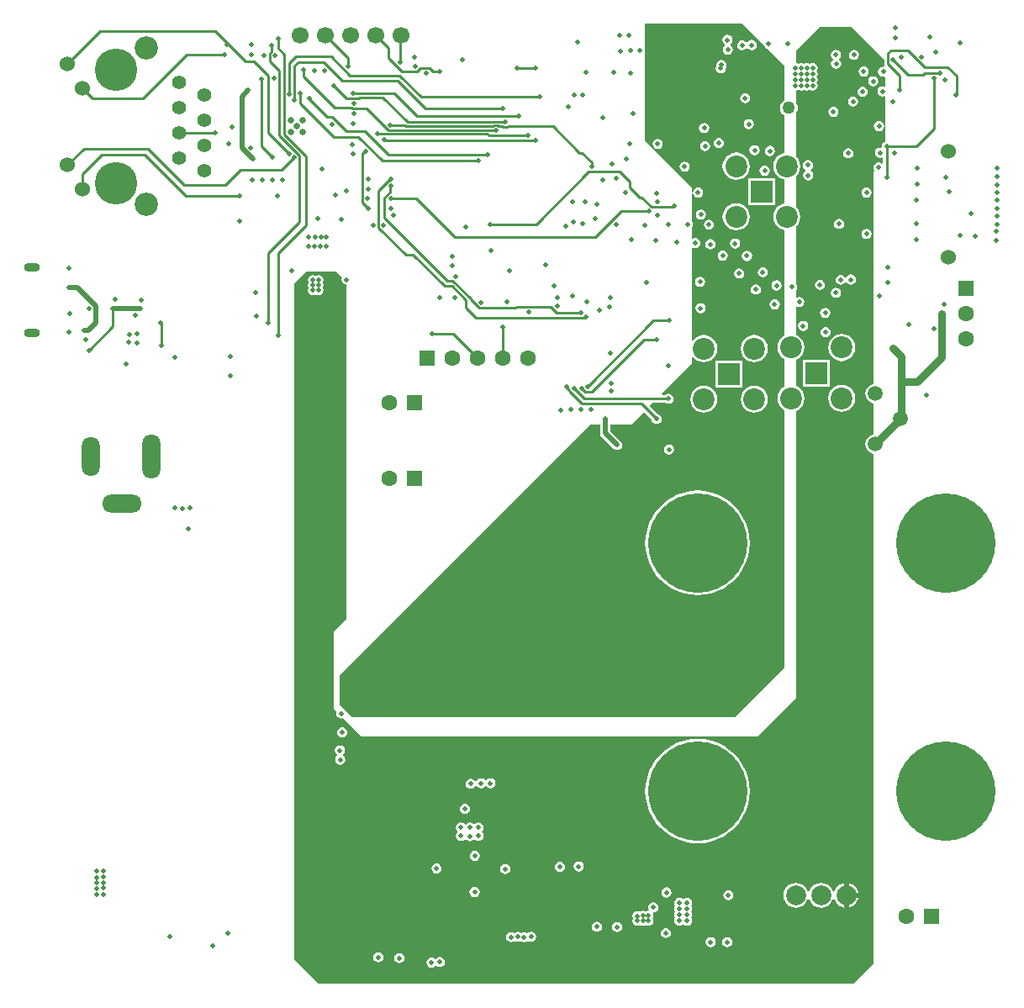
<source format=gbl>
G04*
G04 #@! TF.GenerationSoftware,Altium Limited,Altium Designer,21.5.1 (32)*
G04*
G04 Layer_Physical_Order=4*
G04 Layer_Color=16711680*
%FSAX24Y24*%
%MOIN*%
G70*
G04*
G04 #@! TF.SameCoordinates,EA95429E-239C-4F57-B086-3AFABEEF507B*
G04*
G04*
G04 #@! TF.FilePolarity,Positive*
G04*
G01*
G75*
%ADD13C,0.0100*%
%ADD16C,0.0300*%
%ADD183C,0.0200*%
%ADD184C,0.0600*%
%ADD186C,0.0500*%
%ADD197C,0.0600*%
%ADD198R,0.0630X0.0630*%
%ADD199C,0.0866*%
%ADD200R,0.0866X0.0866*%
%ADD201C,0.0630*%
%ADD202C,0.0591*%
%ADD203R,0.0630X0.0630*%
%ADD204C,0.0669*%
%ADD205O,0.0630X0.0354*%
%ADD206O,0.0709X0.1575*%
%ADD207O,0.1575X0.0709*%
%ADD208O,0.0709X0.1772*%
%ADD209C,0.3937*%
%ADD210C,0.0787*%
%ADD211C,0.0602*%
%ADD212C,0.0550*%
%ADD213C,0.0927*%
%ADD214C,0.1680*%
%ADD215C,0.0197*%
%ADD216C,0.0260*%
%ADD217C,0.0500*%
G36*
X049727Y052453D02*
Y052260D01*
X049739Y052201D01*
X049707Y052159D01*
X049690Y052162D01*
X049613Y052147D01*
X049547Y052103D01*
X049503Y052037D01*
X049488Y051960D01*
X049503Y051883D01*
X049547Y051817D01*
X049613Y051773D01*
X049690Y051758D01*
X049730Y051766D01*
X049780Y051726D01*
Y051390D01*
X049780Y051389D01*
X049730Y051368D01*
X049660Y051382D01*
X049583Y051367D01*
X049517Y051323D01*
X049473Y051257D01*
X049458Y051180D01*
X049473Y051103D01*
X049517Y051037D01*
X049583Y050993D01*
X049660Y050978D01*
X049730Y050992D01*
X049780Y050971D01*
X049780Y050970D01*
Y049192D01*
X049753Y049187D01*
X049687Y049143D01*
X049643Y049077D01*
X049628Y049000D01*
X049631Y048985D01*
X049588Y048942D01*
X049560Y048948D01*
X049483Y048932D01*
X049417Y048888D01*
X049373Y048823D01*
X049358Y048745D01*
X049373Y048668D01*
X049417Y048602D01*
X049483Y048558D01*
X049560Y048543D01*
X049632Y048557D01*
X049647Y048554D01*
X049682Y048535D01*
Y048362D01*
X049638Y048318D01*
X049582Y048355D01*
X049505Y048370D01*
X049427Y048355D01*
X049362Y048311D01*
X049318Y048246D01*
X049302Y048168D01*
X049318Y048091D01*
X049355Y048035D01*
X049310Y047990D01*
Y039589D01*
X049277Y039585D01*
X049181Y039545D01*
X049098Y039482D01*
X049035Y039399D01*
X048995Y039303D01*
X048981Y039200D01*
X048995Y039097D01*
X049035Y039001D01*
X049098Y038918D01*
X049181Y038855D01*
X049277Y038815D01*
X049310Y038811D01*
Y037589D01*
X049277Y037585D01*
X049181Y037545D01*
X049098Y037482D01*
X049035Y037399D01*
X048995Y037303D01*
X048981Y037200D01*
X048995Y037097D01*
X049035Y037001D01*
X049098Y036918D01*
X049181Y036855D01*
X049277Y036815D01*
X049310Y036811D01*
X049310Y016610D01*
X048490Y015790D01*
X027290D01*
X026350Y016730D01*
Y043560D01*
X026830Y044040D01*
X027540Y044050D01*
X028010D01*
X028245Y043815D01*
X028234Y043798D01*
X028218Y043721D01*
X028234Y043643D01*
X028277Y043577D01*
X028343Y043534D01*
X028390Y043524D01*
Y030260D01*
X027890Y029760D01*
Y026700D01*
X028018Y026572D01*
X028008Y026520D01*
X028023Y026443D01*
X028067Y026377D01*
X028133Y026333D01*
X028210Y026318D01*
X028262Y026328D01*
X028970Y025620D01*
X044710Y025620D01*
X046230Y027140D01*
Y038519D01*
X046305Y038550D01*
X046416Y038636D01*
X046502Y038747D01*
X046555Y038877D01*
X046574Y039016D01*
X046555Y039155D01*
X046502Y039285D01*
X046416Y039396D01*
X046305Y039482D01*
X046230Y039513D01*
Y040527D01*
X046305Y040558D01*
X046416Y040644D01*
X046502Y040755D01*
X046555Y040885D01*
X046574Y041024D01*
X046555Y041163D01*
X046502Y041293D01*
X046416Y041404D01*
X046305Y041490D01*
X046230Y041521D01*
Y042625D01*
X046274Y042649D01*
X046283Y042643D01*
X046360Y042628D01*
X046437Y042643D01*
X046503Y042687D01*
X046547Y042753D01*
X046562Y042830D01*
X046547Y042907D01*
X046503Y042973D01*
X046437Y043017D01*
X046360Y043032D01*
X046283Y043017D01*
X046274Y043011D01*
X046230Y043035D01*
Y043312D01*
X046257Y043353D01*
X046272Y043430D01*
X046257Y043507D01*
X046230Y043548D01*
Y045816D01*
X046248Y045830D01*
X046334Y045941D01*
X046387Y046071D01*
X046406Y046210D01*
X046387Y046349D01*
X046334Y046479D01*
X046248Y046590D01*
X046230Y046604D01*
Y047824D01*
X046248Y047838D01*
X046334Y047949D01*
X046387Y048079D01*
X046406Y048218D01*
X046387Y048357D01*
X046334Y048487D01*
X046248Y048598D01*
X046230Y048612D01*
Y050320D01*
X046256Y050353D01*
X046291Y050439D01*
X046303Y050530D01*
X046291Y050621D01*
X046256Y050707D01*
X046230Y050740D01*
Y051220D01*
X046297Y051233D01*
X046335Y051258D01*
X046373Y051233D01*
X046450Y051218D01*
X046527Y051233D01*
X046548Y051247D01*
X046583Y051223D01*
X046660Y051208D01*
X046737Y051223D01*
X046775Y051248D01*
X046813Y051223D01*
X046890Y051208D01*
X046967Y051223D01*
X047033Y051267D01*
X047077Y051333D01*
X047092Y051410D01*
X047077Y051487D01*
X047052Y051525D01*
X047077Y051563D01*
X047092Y051640D01*
X047077Y051717D01*
X047048Y051760D01*
X047077Y051803D01*
X047092Y051880D01*
X047077Y051957D01*
X047052Y051995D01*
X047077Y052033D01*
X047092Y052110D01*
X047077Y052187D01*
X047033Y052253D01*
X046967Y052297D01*
X046890Y052312D01*
X046813Y052297D01*
X046775Y052272D01*
X046737Y052297D01*
X046660Y052312D01*
X046583Y052297D01*
X046550Y052275D01*
X046517Y052297D01*
X046440Y052312D01*
X046363Y052297D01*
X046325Y052272D01*
X046287Y052297D01*
X046230Y052308D01*
Y052810D01*
X047170Y053750D01*
X048430D01*
X049727Y052453D01*
D02*
G37*
G36*
X044962Y052998D02*
X044963Y052993D01*
X045007Y052927D01*
X045073Y052883D01*
X045078Y052882D01*
X045770Y052190D01*
Y050833D01*
X045700Y050780D01*
X045644Y050707D01*
X045609Y050621D01*
X045597Y050530D01*
X045609Y050439D01*
X045644Y050353D01*
X045700Y050280D01*
X045770Y050227D01*
Y048743D01*
X045729Y048737D01*
X045599Y048684D01*
X045488Y048598D01*
X045402Y048487D01*
X045349Y048357D01*
X045330Y048218D01*
X045349Y048079D01*
X045402Y047949D01*
X045488Y047838D01*
X045599Y047752D01*
X045729Y047699D01*
X045770Y047693D01*
Y046735D01*
X045729Y046729D01*
X045599Y046676D01*
X045488Y046590D01*
X045402Y046479D01*
X045349Y046349D01*
X045330Y046210D01*
X045349Y046071D01*
X045402Y045941D01*
X045488Y045830D01*
X045599Y045744D01*
X045729Y045691D01*
X045770Y045685D01*
X045770Y041491D01*
X045767Y041490D01*
X045656Y041404D01*
X045570Y041293D01*
X045517Y041163D01*
X045498Y041024D01*
X045517Y040885D01*
X045570Y040755D01*
X045656Y040644D01*
X045767Y040558D01*
X045770Y040557D01*
Y039483D01*
X045767Y039482D01*
X045656Y039396D01*
X045570Y039285D01*
X045517Y039155D01*
X045498Y039016D01*
X045517Y038877D01*
X045570Y038747D01*
X045656Y038636D01*
X045767Y038550D01*
X045770Y038549D01*
X045770Y028320D01*
X043810Y026360D01*
X028650Y026360D01*
X028365Y026645D01*
X028353Y026663D01*
X028335Y026675D01*
X028150Y026860D01*
Y028040D01*
X038070Y037960D01*
X038466D01*
Y037630D01*
X038482Y037552D01*
X038526Y037486D01*
X038996Y037016D01*
X039062Y036972D01*
X039140Y036956D01*
X039218Y036972D01*
X039284Y037016D01*
X039328Y037082D01*
X039344Y037160D01*
X039328Y037238D01*
X039284Y037304D01*
X038874Y037714D01*
Y037960D01*
X039690D01*
X040207Y038477D01*
X040511Y038173D01*
X040523Y038113D01*
X040567Y038047D01*
X040633Y038003D01*
X040710Y037988D01*
X040787Y038003D01*
X040853Y038047D01*
X040897Y038113D01*
X040912Y038190D01*
X040897Y038267D01*
X040853Y038333D01*
X040787Y038377D01*
X040727Y038389D01*
X040423Y038693D01*
X040567Y038837D01*
X041052D01*
X041103Y038803D01*
X041180Y038788D01*
X041257Y038803D01*
X041323Y038847D01*
X041367Y038913D01*
X041382Y038990D01*
X041367Y039067D01*
X041323Y039133D01*
X041257Y039177D01*
X041180Y039192D01*
X041103Y039177D01*
X041052Y039143D01*
X040938D01*
X040919Y039189D01*
X042100Y040370D01*
Y040647D01*
X042150Y040664D01*
X042196Y040604D01*
X042307Y040518D01*
X042437Y040465D01*
X042576Y040446D01*
X042715Y040465D01*
X042845Y040518D01*
X042956Y040604D01*
X043042Y040715D01*
X043095Y040845D01*
X043114Y040984D01*
X043095Y041123D01*
X043042Y041253D01*
X042956Y041364D01*
X042845Y041450D01*
X042715Y041503D01*
X042576Y041522D01*
X042437Y041503D01*
X042307Y041450D01*
X042196Y041364D01*
X042150Y041304D01*
X042100Y041321D01*
X042100Y044972D01*
X042144Y044995D01*
X042163Y044983D01*
X042240Y044968D01*
X042317Y044983D01*
X042383Y045027D01*
X042427Y045093D01*
X042442Y045170D01*
X042427Y045247D01*
X042383Y045313D01*
X042317Y045357D01*
X042240Y045372D01*
X042163Y045357D01*
X042144Y045345D01*
X042100Y045368D01*
Y045787D01*
X042137Y045843D01*
X042152Y045920D01*
X042137Y045997D01*
X042100Y046053D01*
Y047153D01*
X042150Y047158D01*
X042155Y047135D01*
X042163Y047093D01*
X042207Y047027D01*
X042273Y046983D01*
X042350Y046968D01*
X042427Y046983D01*
X042493Y047027D01*
X042537Y047093D01*
X042552Y047170D01*
X042537Y047247D01*
X042493Y047313D01*
X042427Y047357D01*
X042350Y047372D01*
X042273Y047357D01*
X042207Y047313D01*
X042163Y047247D01*
X042155Y047205D01*
X042150Y047182D01*
X042100Y047187D01*
Y047380D01*
X040230Y049250D01*
Y052728D01*
X040242Y052790D01*
X040230Y052852D01*
Y053860D01*
X044100D01*
X044962Y052998D01*
D02*
G37*
%LPC*%
G36*
X048535Y052830D02*
X048458Y052815D01*
X048392Y052771D01*
X048348Y052705D01*
X048333Y052628D01*
X048348Y052551D01*
X048392Y052485D01*
X048458Y052441D01*
X048535Y052426D01*
X048613Y052441D01*
X048678Y052485D01*
X048722Y052551D01*
X048738Y052628D01*
X048722Y052705D01*
X048678Y052771D01*
X048613Y052815D01*
X048535Y052830D01*
D02*
G37*
G36*
X047820Y052832D02*
X047743Y052817D01*
X047677Y052773D01*
X047633Y052707D01*
X047618Y052630D01*
X047633Y052553D01*
X047677Y052487D01*
X047691Y052477D01*
Y052427D01*
X047682Y052421D01*
X047638Y052355D01*
X047623Y052278D01*
X047638Y052201D01*
X047682Y052135D01*
X047748Y052091D01*
X047825Y052076D01*
X047903Y052091D01*
X047968Y052135D01*
X048012Y052201D01*
X048028Y052278D01*
X048012Y052355D01*
X047968Y052421D01*
X047954Y052431D01*
Y052481D01*
X047963Y052487D01*
X048007Y052553D01*
X048022Y052630D01*
X048007Y052707D01*
X047963Y052773D01*
X047897Y052817D01*
X047820Y052832D01*
D02*
G37*
G36*
X048920Y052172D02*
X048843Y052157D01*
X048777Y052113D01*
X048733Y052047D01*
X048718Y051970D01*
X048733Y051893D01*
X048777Y051827D01*
X048843Y051783D01*
X048920Y051768D01*
X048997Y051783D01*
X049063Y051827D01*
X049107Y051893D01*
X049122Y051970D01*
X049107Y052047D01*
X049063Y052113D01*
X048997Y052157D01*
X048920Y052172D01*
D02*
G37*
G36*
X049293Y051783D02*
X049216Y051768D01*
X049150Y051724D01*
X049106Y051658D01*
X049091Y051581D01*
X049106Y051503D01*
X049150Y051438D01*
X049216Y051394D01*
X049293Y051378D01*
X049371Y051394D01*
X049436Y051438D01*
X049480Y051503D01*
X049496Y051581D01*
X049480Y051658D01*
X049436Y051724D01*
X049371Y051768D01*
X049293Y051783D01*
D02*
G37*
G36*
X048870Y051372D02*
X048793Y051357D01*
X048727Y051313D01*
X048683Y051247D01*
X048668Y051170D01*
X048683Y051093D01*
X048727Y051027D01*
X048793Y050983D01*
X048870Y050968D01*
X048947Y050983D01*
X049013Y051027D01*
X049057Y051093D01*
X049072Y051170D01*
X049057Y051247D01*
X049013Y051313D01*
X048947Y051357D01*
X048870Y051372D01*
D02*
G37*
G36*
X048495Y050980D02*
X048418Y050965D01*
X048352Y050921D01*
X048308Y050855D01*
X048293Y050778D01*
X048308Y050701D01*
X048352Y050635D01*
X048418Y050591D01*
X048495Y050576D01*
X048573Y050591D01*
X048638Y050635D01*
X048682Y050701D01*
X048698Y050778D01*
X048682Y050855D01*
X048638Y050921D01*
X048573Y050965D01*
X048495Y050980D01*
D02*
G37*
G36*
X047715Y050570D02*
X047638Y050555D01*
X047572Y050511D01*
X047528Y050445D01*
X047513Y050368D01*
X047528Y050291D01*
X047572Y050225D01*
X047638Y050181D01*
X047715Y050166D01*
X047793Y050181D01*
X047858Y050225D01*
X047902Y050291D01*
X047918Y050368D01*
X047902Y050445D01*
X047858Y050511D01*
X047793Y050555D01*
X047715Y050570D01*
D02*
G37*
G36*
X049525Y050010D02*
X049448Y049995D01*
X049382Y049951D01*
X049338Y049885D01*
X049323Y049808D01*
X049338Y049731D01*
X049382Y049665D01*
X049448Y049621D01*
X049525Y049606D01*
X049603Y049621D01*
X049668Y049665D01*
X049712Y049731D01*
X049728Y049808D01*
X049712Y049885D01*
X049668Y049951D01*
X049603Y049995D01*
X049525Y050010D01*
D02*
G37*
G36*
X048305Y048931D02*
X048227Y048915D01*
X048162Y048871D01*
X048118Y048806D01*
X048102Y048728D01*
X048118Y048651D01*
X048162Y048585D01*
X048227Y048541D01*
X048305Y048526D01*
X048382Y048541D01*
X048448Y048585D01*
X048492Y048651D01*
X048507Y048728D01*
X048492Y048806D01*
X048448Y048871D01*
X048382Y048915D01*
X048305Y048931D01*
D02*
G37*
G36*
X046710Y048462D02*
X046633Y048447D01*
X046567Y048403D01*
X046523Y048337D01*
X046508Y048260D01*
X046523Y048183D01*
X046567Y048117D01*
X046622Y048080D01*
X046626Y048040D01*
X046623Y048024D01*
X046577Y047993D01*
X046533Y047927D01*
X046518Y047850D01*
X046533Y047773D01*
X046577Y047707D01*
X046643Y047663D01*
X046720Y047648D01*
X046797Y047663D01*
X046863Y047707D01*
X046907Y047773D01*
X046922Y047850D01*
X046907Y047927D01*
X046863Y047993D01*
X046808Y048030D01*
X046804Y048070D01*
X046807Y048086D01*
X046853Y048117D01*
X046897Y048183D01*
X046912Y048260D01*
X046897Y048337D01*
X046853Y048403D01*
X046787Y048447D01*
X046710Y048462D01*
D02*
G37*
G36*
X049030Y047372D02*
X048953Y047357D01*
X048887Y047313D01*
X048843Y047247D01*
X048828Y047170D01*
X048843Y047093D01*
X048887Y047027D01*
X048953Y046983D01*
X049030Y046968D01*
X049107Y046983D01*
X049173Y047027D01*
X049217Y047093D01*
X049232Y047170D01*
X049217Y047247D01*
X049173Y047313D01*
X049107Y047357D01*
X049030Y047372D01*
D02*
G37*
G36*
X047940Y046132D02*
X047863Y046117D01*
X047797Y046073D01*
X047753Y046007D01*
X047738Y045930D01*
X047753Y045853D01*
X047797Y045787D01*
X047863Y045743D01*
X047940Y045728D01*
X048017Y045743D01*
X048083Y045787D01*
X048127Y045853D01*
X048142Y045930D01*
X048127Y046007D01*
X048083Y046073D01*
X048017Y046117D01*
X047940Y046132D01*
D02*
G37*
G36*
X049030Y045732D02*
X048953Y045717D01*
X048887Y045673D01*
X048843Y045607D01*
X048828Y045530D01*
X048843Y045453D01*
X048887Y045387D01*
X048953Y045343D01*
X049030Y045328D01*
X049107Y045343D01*
X049173Y045387D01*
X049217Y045453D01*
X049232Y045530D01*
X049217Y045607D01*
X049173Y045673D01*
X049107Y045717D01*
X049030Y045732D01*
D02*
G37*
G36*
X027300Y043902D02*
X027223Y043887D01*
X027190Y043865D01*
X027157Y043887D01*
X027080Y043902D01*
X027003Y043887D01*
X026937Y043843D01*
X026893Y043777D01*
X026878Y043700D01*
X026893Y043623D01*
X026912Y043595D01*
X026893Y043567D01*
X026878Y043490D01*
X026893Y043413D01*
X026908Y043390D01*
X026893Y043367D01*
X026878Y043290D01*
X026893Y043213D01*
X026937Y043147D01*
X027003Y043103D01*
X027080Y043088D01*
X027157Y043103D01*
X027190Y043125D01*
X027223Y043103D01*
X027300Y043088D01*
X027377Y043103D01*
X027443Y043147D01*
X027487Y043213D01*
X027502Y043290D01*
X027487Y043367D01*
X027472Y043390D01*
X027487Y043413D01*
X027502Y043490D01*
X027487Y043567D01*
X027468Y043595D01*
X027487Y043623D01*
X027502Y043700D01*
X027487Y043777D01*
X027443Y043843D01*
X027377Y043887D01*
X027300Y043902D01*
D02*
G37*
G36*
X048410Y043922D02*
X048333Y043907D01*
X048267Y043863D01*
X048237Y043818D01*
X048180Y043814D01*
X048179Y043814D01*
X048153Y043853D01*
X048087Y043897D01*
X048010Y043912D01*
X047933Y043897D01*
X047867Y043853D01*
X047823Y043787D01*
X047808Y043710D01*
X047823Y043633D01*
X047867Y043567D01*
X047933Y043523D01*
X048010Y043508D01*
X048087Y043523D01*
X048153Y043567D01*
X048183Y043612D01*
X048240Y043616D01*
X048241Y043616D01*
X048267Y043577D01*
X048333Y043533D01*
X048410Y043518D01*
X048487Y043533D01*
X048553Y043577D01*
X048597Y043643D01*
X048612Y043720D01*
X048597Y043797D01*
X048553Y043863D01*
X048487Y043907D01*
X048410Y043922D01*
D02*
G37*
G36*
X047180Y043712D02*
X047103Y043697D01*
X047037Y043653D01*
X046993Y043587D01*
X046978Y043510D01*
X046993Y043433D01*
X047037Y043367D01*
X047103Y043323D01*
X047180Y043308D01*
X047257Y043323D01*
X047323Y043367D01*
X047367Y043433D01*
X047382Y043510D01*
X047367Y043587D01*
X047323Y043653D01*
X047257Y043697D01*
X047180Y043712D01*
D02*
G37*
G36*
X047820Y043392D02*
X047743Y043377D01*
X047677Y043333D01*
X047633Y043267D01*
X047618Y043190D01*
X047633Y043113D01*
X047677Y043047D01*
X047743Y043003D01*
X047820Y042988D01*
X047897Y043003D01*
X047963Y043047D01*
X048007Y043113D01*
X048022Y043190D01*
X048007Y043267D01*
X047963Y043333D01*
X047897Y043377D01*
X047820Y043392D01*
D02*
G37*
G36*
X047390Y042602D02*
X047313Y042587D01*
X047247Y042543D01*
X047203Y042477D01*
X047188Y042400D01*
X047203Y042323D01*
X047247Y042257D01*
X047313Y042213D01*
X047390Y042198D01*
X047467Y042213D01*
X047533Y042257D01*
X047577Y042323D01*
X047592Y042400D01*
X047577Y042477D01*
X047533Y042543D01*
X047467Y042587D01*
X047390Y042602D01*
D02*
G37*
G36*
X046520Y042082D02*
X046443Y042067D01*
X046377Y042023D01*
X046333Y041957D01*
X046318Y041880D01*
X046333Y041803D01*
X046377Y041737D01*
X046443Y041693D01*
X046520Y041678D01*
X046597Y041693D01*
X046663Y041737D01*
X046707Y041803D01*
X046722Y041880D01*
X046707Y041957D01*
X046663Y042023D01*
X046597Y042067D01*
X046520Y042082D01*
D02*
G37*
G36*
X047410Y041842D02*
X047333Y041827D01*
X047267Y041783D01*
X047223Y041717D01*
X047208Y041640D01*
X047223Y041563D01*
X047267Y041497D01*
X047333Y041453D01*
X047410Y041438D01*
X047487Y041453D01*
X047553Y041497D01*
X047597Y041563D01*
X047612Y041640D01*
X047597Y041717D01*
X047553Y041783D01*
X047487Y041827D01*
X047410Y041842D01*
D02*
G37*
G36*
X048044Y041562D02*
X047905Y041543D01*
X047775Y041490D01*
X047664Y041404D01*
X047578Y041293D01*
X047525Y041163D01*
X047506Y041024D01*
X047525Y040885D01*
X047578Y040755D01*
X047664Y040644D01*
X047775Y040558D01*
X047905Y040505D01*
X048044Y040486D01*
X048183Y040505D01*
X048313Y040558D01*
X048424Y040644D01*
X048510Y040755D01*
X048563Y040885D01*
X048582Y041024D01*
X048563Y041163D01*
X048510Y041293D01*
X048424Y041404D01*
X048313Y041490D01*
X048183Y041543D01*
X048044Y041562D01*
D02*
G37*
G36*
X047573Y040553D02*
X046507D01*
Y039487D01*
X047573D01*
Y040553D01*
D02*
G37*
G36*
X048044Y039554D02*
X047905Y039535D01*
X047775Y039482D01*
X047664Y039396D01*
X047578Y039285D01*
X047525Y039155D01*
X047506Y039016D01*
X047525Y038877D01*
X047578Y038747D01*
X047664Y038636D01*
X047775Y038550D01*
X047905Y038497D01*
X048044Y038478D01*
X048183Y038497D01*
X048313Y038550D01*
X048424Y038636D01*
X048510Y038747D01*
X048563Y038877D01*
X048582Y039016D01*
X048563Y039155D01*
X048510Y039285D01*
X048424Y039396D01*
X048313Y039482D01*
X048183Y039535D01*
X048044Y039554D01*
D02*
G37*
G36*
X028240Y025972D02*
X028163Y025957D01*
X028097Y025913D01*
X028053Y025847D01*
X028038Y025770D01*
X028053Y025693D01*
X028097Y025627D01*
X028163Y025583D01*
X028240Y025568D01*
X028317Y025583D01*
X028383Y025627D01*
X028427Y025693D01*
X028442Y025770D01*
X028427Y025847D01*
X028383Y025913D01*
X028317Y025957D01*
X028240Y025972D01*
D02*
G37*
G36*
X028150Y025252D02*
X028073Y025237D01*
X028007Y025193D01*
X027963Y025127D01*
X027948Y025050D01*
X027963Y024973D01*
X028007Y024907D01*
X028030Y024892D01*
Y024832D01*
X028017Y024823D01*
X027973Y024757D01*
X027958Y024680D01*
X027973Y024603D01*
X028017Y024537D01*
X028083Y024493D01*
X028160Y024478D01*
X028237Y024493D01*
X028303Y024537D01*
X028347Y024603D01*
X028362Y024680D01*
X028347Y024757D01*
X028303Y024823D01*
X028280Y024838D01*
Y024898D01*
X028293Y024907D01*
X028337Y024973D01*
X028352Y025050D01*
X028337Y025127D01*
X028293Y025193D01*
X028227Y025237D01*
X028150Y025252D01*
D02*
G37*
G36*
X034120Y023952D02*
X034043Y023937D01*
X033977Y023893D01*
X033960Y023868D01*
X033910D01*
X033893Y023893D01*
X033827Y023937D01*
X033750Y023952D01*
X033673Y023937D01*
X033607Y023893D01*
X033568Y023835D01*
X033534Y023828D01*
X033512Y023829D01*
X033483Y023873D01*
X033417Y023917D01*
X033340Y023932D01*
X033263Y023917D01*
X033197Y023873D01*
X033153Y023807D01*
X033138Y023730D01*
X033153Y023653D01*
X033197Y023587D01*
X033263Y023543D01*
X033340Y023528D01*
X033417Y023543D01*
X033483Y023587D01*
X033522Y023645D01*
X033556Y023652D01*
X033578Y023651D01*
X033607Y023607D01*
X033673Y023563D01*
X033750Y023548D01*
X033827Y023563D01*
X033893Y023607D01*
X033910Y023632D01*
X033960D01*
X033977Y023607D01*
X034043Y023563D01*
X034120Y023548D01*
X034197Y023563D01*
X034263Y023607D01*
X034307Y023673D01*
X034322Y023750D01*
X034307Y023827D01*
X034263Y023893D01*
X034197Y023937D01*
X034120Y023952D01*
D02*
G37*
G36*
X033110Y022942D02*
X033033Y022927D01*
X032967Y022883D01*
X032923Y022817D01*
X032908Y022740D01*
X032923Y022663D01*
X032967Y022597D01*
X033033Y022553D01*
X033110Y022538D01*
X033187Y022553D01*
X033253Y022597D01*
X033297Y022663D01*
X033312Y022740D01*
X033297Y022817D01*
X033253Y022883D01*
X033187Y022927D01*
X033110Y022942D01*
D02*
G37*
G36*
X033640Y022192D02*
X033563Y022177D01*
X033497Y022133D01*
X033453D01*
X033387Y022177D01*
X033310Y022192D01*
X033233Y022177D01*
X033167Y022133D01*
X033155Y022115D01*
X033105D01*
X033093Y022133D01*
X033027Y022177D01*
X032950Y022192D01*
X032873Y022177D01*
X032807Y022133D01*
X032763Y022067D01*
X032748Y021990D01*
X032763Y021913D01*
X032807Y021847D01*
Y021803D01*
X032763Y021737D01*
X032748Y021660D01*
X032763Y021583D01*
X032807Y021517D01*
X032873Y021473D01*
X032950Y021458D01*
X033027Y021473D01*
X033093Y021517D01*
X033102Y021530D01*
X033152D01*
X033167Y021507D01*
X033233Y021463D01*
X033310Y021448D01*
X033387Y021463D01*
X033453Y021507D01*
X033513Y021506D01*
X033563Y021473D01*
X033640Y021458D01*
X033717Y021473D01*
X033783Y021517D01*
X033827Y021583D01*
X033842Y021660D01*
X033827Y021737D01*
X033791Y021792D01*
X033786Y021825D01*
X033791Y021858D01*
X033827Y021913D01*
X033842Y021990D01*
X033827Y022067D01*
X033783Y022133D01*
X033717Y022177D01*
X033640Y022192D01*
D02*
G37*
G36*
X042327Y025513D02*
X042057Y025495D01*
X041791Y025442D01*
X041534Y025355D01*
X041291Y025235D01*
X041066Y025085D01*
X040862Y024906D01*
X040683Y024702D01*
X040532Y024476D01*
X040412Y024233D01*
X040325Y023977D01*
X040272Y023711D01*
X040255Y023440D01*
X040272Y023169D01*
X040325Y022903D01*
X040412Y022647D01*
X040532Y022404D01*
X040683Y022178D01*
X040862Y021974D01*
X041066Y021795D01*
X041291Y021645D01*
X041534Y021525D01*
X041791Y021438D01*
X042057Y021385D01*
X042327Y021367D01*
X042598Y021385D01*
X042864Y021438D01*
X043121Y021525D01*
X043364Y021645D01*
X043589Y021795D01*
X043793Y021974D01*
X043972Y022178D01*
X044123Y022404D01*
X044243Y022647D01*
X044330Y022903D01*
X044383Y023169D01*
X044400Y023440D01*
X044383Y023711D01*
X044330Y023977D01*
X044243Y024233D01*
X044123Y024476D01*
X043972Y024702D01*
X043793Y024906D01*
X043589Y025085D01*
X043364Y025235D01*
X043121Y025355D01*
X042864Y025442D01*
X042598Y025495D01*
X042327Y025513D01*
D02*
G37*
G36*
X033500Y021072D02*
X033423Y021057D01*
X033357Y021013D01*
X033313Y020947D01*
X033298Y020870D01*
X033313Y020793D01*
X033357Y020727D01*
X033423Y020683D01*
X033500Y020668D01*
X033577Y020683D01*
X033643Y020727D01*
X033687Y020793D01*
X033702Y020870D01*
X033687Y020947D01*
X033643Y021013D01*
X033577Y021057D01*
X033500Y021072D01*
D02*
G37*
G36*
X037620Y020652D02*
X037543Y020637D01*
X037477Y020593D01*
X037433Y020527D01*
X037418Y020450D01*
X037433Y020373D01*
X037477Y020307D01*
X037543Y020263D01*
X037620Y020248D01*
X037697Y020263D01*
X037763Y020307D01*
X037807Y020373D01*
X037822Y020450D01*
X037807Y020527D01*
X037763Y020593D01*
X037697Y020637D01*
X037620Y020652D01*
D02*
G37*
G36*
X036870Y020642D02*
X036793Y020627D01*
X036727Y020583D01*
X036683Y020517D01*
X036668Y020440D01*
X036683Y020363D01*
X036727Y020297D01*
X036793Y020253D01*
X036870Y020238D01*
X036947Y020253D01*
X037013Y020297D01*
X037057Y020363D01*
X037072Y020440D01*
X037057Y020517D01*
X037013Y020583D01*
X036947Y020627D01*
X036870Y020642D01*
D02*
G37*
G36*
X031980Y020572D02*
X031903Y020557D01*
X031837Y020513D01*
X031793Y020447D01*
X031778Y020370D01*
X031793Y020293D01*
X031837Y020227D01*
X031903Y020183D01*
X031980Y020168D01*
X032057Y020183D01*
X032123Y020227D01*
X032167Y020293D01*
X032182Y020370D01*
X032167Y020447D01*
X032123Y020513D01*
X032057Y020557D01*
X031980Y020572D01*
D02*
G37*
G36*
X034710Y020552D02*
X034633Y020537D01*
X034567Y020493D01*
X034523Y020427D01*
X034508Y020350D01*
X034523Y020273D01*
X034567Y020207D01*
X034633Y020163D01*
X034710Y020148D01*
X034787Y020163D01*
X034853Y020207D01*
X034897Y020273D01*
X034912Y020350D01*
X034897Y020427D01*
X034853Y020493D01*
X034787Y020537D01*
X034710Y020552D01*
D02*
G37*
G36*
X047225Y019804D02*
X047096Y019787D01*
X046976Y019737D01*
X046873Y019658D01*
X046794Y019555D01*
X046752Y019454D01*
X046698D01*
X046656Y019555D01*
X046577Y019658D01*
X046474Y019737D01*
X046354Y019787D01*
X046225Y019804D01*
X046096Y019787D01*
X045976Y019737D01*
X045873Y019658D01*
X045794Y019555D01*
X045744Y019435D01*
X045727Y019306D01*
X045744Y019177D01*
X045794Y019057D01*
X045873Y018954D01*
X045976Y018875D01*
X046096Y018825D01*
X046225Y018808D01*
X046354Y018825D01*
X046474Y018875D01*
X046577Y018954D01*
X046656Y019057D01*
X046698Y019158D01*
X046752D01*
X046794Y019057D01*
X046873Y018954D01*
X046976Y018875D01*
X047096Y018825D01*
X047225Y018808D01*
X047354Y018825D01*
X047474Y018875D01*
X047577Y018954D01*
X047656Y019057D01*
X047698Y019158D01*
X047752D01*
X047794Y019057D01*
X047873Y018954D01*
X047976Y018875D01*
X048096Y018825D01*
X048125Y018821D01*
Y019306D01*
Y019791D01*
X048096Y019787D01*
X047976Y019737D01*
X047873Y019658D01*
X047794Y019555D01*
X047752Y019454D01*
X047698D01*
X047656Y019555D01*
X047577Y019658D01*
X047474Y019737D01*
X047354Y019787D01*
X047225Y019804D01*
D02*
G37*
G36*
X048325Y019791D02*
Y019406D01*
X048710D01*
X048706Y019435D01*
X048656Y019555D01*
X048577Y019658D01*
X048474Y019737D01*
X048354Y019787D01*
X048325Y019791D01*
D02*
G37*
G36*
X033490Y019642D02*
X033413Y019627D01*
X033347Y019583D01*
X033303Y019517D01*
X033288Y019440D01*
X033303Y019363D01*
X033347Y019297D01*
X033413Y019253D01*
X033490Y019238D01*
X033567Y019253D01*
X033633Y019297D01*
X033677Y019363D01*
X033692Y019440D01*
X033677Y019517D01*
X033633Y019583D01*
X033567Y019627D01*
X033490Y019642D01*
D02*
G37*
G36*
X041100Y019622D02*
X041023Y019607D01*
X040957Y019563D01*
X040913Y019497D01*
X040898Y019420D01*
X040913Y019343D01*
X040957Y019277D01*
X041023Y019233D01*
X041100Y019218D01*
X041177Y019233D01*
X041243Y019277D01*
X041287Y019343D01*
X041302Y019420D01*
X041287Y019497D01*
X041243Y019563D01*
X041177Y019607D01*
X041100Y019622D01*
D02*
G37*
G36*
X041920Y019212D02*
X041843Y019197D01*
X041795Y019165D01*
X041760Y019157D01*
X041725Y019165D01*
X041677Y019197D01*
X041600Y019212D01*
X041523Y019197D01*
X041457Y019153D01*
X041413Y019087D01*
X041398Y019010D01*
X041413Y018933D01*
X041438Y018895D01*
X041413Y018857D01*
X041398Y018780D01*
X041413Y018703D01*
X041438Y018665D01*
X041413Y018627D01*
X041398Y018550D01*
X041413Y018473D01*
X041445Y018425D01*
X041413Y018377D01*
X041398Y018300D01*
X041413Y018223D01*
X041457Y018157D01*
X041523Y018113D01*
X041600Y018098D01*
X041677Y018113D01*
X041725Y018145D01*
X041760Y018153D01*
X041795Y018145D01*
X041843Y018113D01*
X041920Y018098D01*
X041997Y018113D01*
X042063Y018157D01*
X042107Y018223D01*
X042122Y018300D01*
X042107Y018377D01*
X042075Y018425D01*
X042107Y018473D01*
X042122Y018550D01*
X042107Y018627D01*
X042082Y018665D01*
X042107Y018703D01*
X042122Y018780D01*
X042107Y018857D01*
X042082Y018895D01*
X042107Y018933D01*
X042122Y019010D01*
X042107Y019087D01*
X042063Y019153D01*
X041997Y019197D01*
X041920Y019212D01*
D02*
G37*
G36*
X043550Y019512D02*
X043473Y019497D01*
X043407Y019453D01*
X043363Y019387D01*
X043348Y019310D01*
X043363Y019233D01*
X043407Y019167D01*
X043473Y019123D01*
X043550Y019108D01*
X043627Y019123D01*
X043693Y019167D01*
X043737Y019233D01*
X043752Y019310D01*
X043737Y019387D01*
X043693Y019453D01*
X043627Y019497D01*
X043550Y019512D01*
D02*
G37*
G36*
X048710Y019206D02*
X048325D01*
Y018821D01*
X048354Y018825D01*
X048474Y018875D01*
X048577Y018954D01*
X048656Y019057D01*
X048706Y019177D01*
X048710Y019206D01*
D02*
G37*
G36*
X040570Y019032D02*
X040493Y019017D01*
X040427Y018973D01*
X040383Y018907D01*
X040368Y018830D01*
X040383Y018753D01*
X040392Y018739D01*
X040380Y018713D01*
X040364Y018691D01*
X040293Y018677D01*
X040265Y018658D01*
X040237Y018677D01*
X040160Y018692D01*
X040083Y018677D01*
X040050Y018655D01*
X040027Y018671D01*
X039950Y018686D01*
X039872Y018671D01*
X039807Y018627D01*
X039763Y018562D01*
X039747Y018484D01*
X039763Y018407D01*
X039776Y018387D01*
X039763Y018367D01*
X039748Y018290D01*
X039763Y018213D01*
X039807Y018147D01*
X039873Y018103D01*
X039950Y018088D01*
X040027Y018103D01*
X040055Y018122D01*
X040083Y018103D01*
X040160Y018088D01*
X040237Y018103D01*
X040265Y018122D01*
X040293Y018103D01*
X040370Y018088D01*
X040447Y018103D01*
X040513Y018147D01*
X040557Y018213D01*
X040572Y018290D01*
X040557Y018367D01*
X040542Y018390D01*
X040557Y018413D01*
X040572Y018490D01*
X040557Y018567D01*
X040548Y018581D01*
X040560Y018607D01*
X040576Y018629D01*
X040647Y018643D01*
X040713Y018687D01*
X040757Y018753D01*
X040772Y018830D01*
X040757Y018907D01*
X040713Y018973D01*
X040647Y019017D01*
X040570Y019032D01*
D02*
G37*
G36*
X038340Y018262D02*
X038263Y018247D01*
X038197Y018203D01*
X038153Y018137D01*
X038138Y018060D01*
X038153Y017983D01*
X038197Y017917D01*
X038263Y017873D01*
X038340Y017858D01*
X038417Y017873D01*
X038483Y017917D01*
X038527Y017983D01*
X038542Y018060D01*
X038527Y018137D01*
X038483Y018203D01*
X038417Y018247D01*
X038340Y018262D01*
D02*
G37*
G36*
X039140Y018252D02*
X039063Y018237D01*
X038997Y018193D01*
X038953Y018127D01*
X038938Y018050D01*
X038953Y017973D01*
X038997Y017907D01*
X039063Y017863D01*
X039140Y017848D01*
X039217Y017863D01*
X039283Y017907D01*
X039327Y017973D01*
X039342Y018050D01*
X039327Y018127D01*
X039283Y018193D01*
X039217Y018237D01*
X039140Y018252D01*
D02*
G37*
G36*
X035730Y017862D02*
X035653Y017847D01*
X035587Y017803D01*
X035584Y017799D01*
X035527Y017837D01*
X035450Y017852D01*
X035373Y017837D01*
X035327Y017807D01*
X035267Y017847D01*
X035190Y017862D01*
X035113Y017847D01*
X035058Y017810D01*
X035017Y017837D01*
X034940Y017852D01*
X034863Y017837D01*
X034797Y017793D01*
X034753Y017727D01*
X034738Y017650D01*
X034753Y017573D01*
X034797Y017507D01*
X034863Y017463D01*
X034940Y017448D01*
X035017Y017463D01*
X035072Y017500D01*
X035113Y017473D01*
X035190Y017458D01*
X035267Y017473D01*
X035313Y017503D01*
X035373Y017463D01*
X035450Y017448D01*
X035527Y017463D01*
X035593Y017507D01*
X035596Y017511D01*
X035653Y017473D01*
X035730Y017458D01*
X035807Y017473D01*
X035873Y017517D01*
X035917Y017583D01*
X035932Y017660D01*
X035917Y017737D01*
X035873Y017803D01*
X035807Y017847D01*
X035730Y017862D01*
D02*
G37*
G36*
X041070Y018012D02*
X040993Y017997D01*
X040927Y017953D01*
X040883Y017887D01*
X040868Y017810D01*
X040883Y017733D01*
X040927Y017667D01*
X040993Y017623D01*
X041070Y017608D01*
X041147Y017623D01*
X041213Y017667D01*
X041257Y017733D01*
X041272Y017810D01*
X041257Y017887D01*
X041213Y017953D01*
X041147Y017997D01*
X041070Y018012D01*
D02*
G37*
G36*
X043510Y017652D02*
X043433Y017637D01*
X043367Y017593D01*
X043323Y017527D01*
X043308Y017450D01*
X043323Y017373D01*
X043367Y017307D01*
X043433Y017263D01*
X043510Y017248D01*
X043587Y017263D01*
X043653Y017307D01*
X043697Y017373D01*
X043712Y017450D01*
X043697Y017527D01*
X043653Y017593D01*
X043587Y017637D01*
X043510Y017652D01*
D02*
G37*
G36*
X042850D02*
X042773Y017637D01*
X042707Y017593D01*
X042663Y017527D01*
X042648Y017450D01*
X042663Y017373D01*
X042707Y017307D01*
X042773Y017263D01*
X042850Y017248D01*
X042927Y017263D01*
X042993Y017307D01*
X043037Y017373D01*
X043052Y017450D01*
X043037Y017527D01*
X042993Y017593D01*
X042927Y017637D01*
X042850Y017652D01*
D02*
G37*
G36*
X032110Y016862D02*
X032033Y016847D01*
X031969Y016804D01*
X031927Y016783D01*
X031923D01*
X031857Y016827D01*
X031780Y016842D01*
X031703Y016827D01*
X031637Y016783D01*
X031593Y016717D01*
X031578Y016640D01*
X031593Y016563D01*
X031637Y016497D01*
X031703Y016453D01*
X031780Y016438D01*
X031857Y016453D01*
X031921Y016496D01*
X031963Y016517D01*
X031967D01*
X032033Y016473D01*
X032110Y016458D01*
X032187Y016473D01*
X032253Y016517D01*
X032297Y016583D01*
X032312Y016660D01*
X032297Y016737D01*
X032253Y016803D01*
X032187Y016847D01*
X032110Y016862D01*
D02*
G37*
G36*
X029675Y017047D02*
X029598Y017032D01*
X029532Y016988D01*
X029488Y016922D01*
X029473Y016845D01*
X029488Y016767D01*
X029532Y016702D01*
X029598Y016658D01*
X029675Y016642D01*
X029753Y016658D01*
X029818Y016702D01*
X029862Y016767D01*
X029878Y016845D01*
X029862Y016922D01*
X029818Y016988D01*
X029753Y017032D01*
X029675Y017047D01*
D02*
G37*
G36*
X030505Y017017D02*
X030428Y017002D01*
X030362Y016958D01*
X030318Y016892D01*
X030303Y016815D01*
X030318Y016738D01*
X030362Y016672D01*
X030428Y016628D01*
X030505Y016613D01*
X030582Y016628D01*
X030648Y016672D01*
X030692Y016738D01*
X030707Y016815D01*
X030692Y016892D01*
X030648Y016958D01*
X030582Y017002D01*
X030505Y017017D01*
D02*
G37*
G36*
X044480Y053222D02*
X044403Y053207D01*
X044337Y053163D01*
X044317Y053133D01*
X044257D01*
X044243Y053153D01*
X044177Y053197D01*
X044100Y053212D01*
X044023Y053197D01*
X043957Y053153D01*
X043913Y053087D01*
X043898Y053010D01*
X043913Y052933D01*
X043957Y052867D01*
X044023Y052823D01*
X044100Y052808D01*
X044177Y052823D01*
X044243Y052867D01*
X044263Y052897D01*
X044323D01*
X044337Y052877D01*
X044403Y052833D01*
X044480Y052818D01*
X044557Y052833D01*
X044623Y052877D01*
X044667Y052943D01*
X044682Y053020D01*
X044667Y053097D01*
X044623Y053163D01*
X044557Y053207D01*
X044480Y053222D01*
D02*
G37*
G36*
X043520Y053422D02*
X043443Y053407D01*
X043377Y053363D01*
X043333Y053297D01*
X043318Y053220D01*
X043333Y053143D01*
X043377Y053077D01*
X043407Y053057D01*
Y052997D01*
X043387Y052983D01*
X043343Y052917D01*
X043328Y052840D01*
X043343Y052763D01*
X043387Y052697D01*
X043453Y052653D01*
X043530Y052638D01*
X043607Y052653D01*
X043673Y052697D01*
X043717Y052763D01*
X043732Y052840D01*
X043717Y052917D01*
X043673Y052983D01*
X043643Y053003D01*
Y053063D01*
X043663Y053077D01*
X043707Y053143D01*
X043722Y053220D01*
X043707Y053297D01*
X043663Y053363D01*
X043597Y053407D01*
X043520Y053422D01*
D02*
G37*
G36*
X043280Y052432D02*
X043203Y052417D01*
X043137Y052373D01*
X043093Y052307D01*
X043078Y052230D01*
X043084Y052199D01*
X043063Y052167D01*
X043048Y052090D01*
X043063Y052013D01*
X043107Y051947D01*
X043173Y051903D01*
X043250Y051888D01*
X043327Y051903D01*
X043393Y051947D01*
X043437Y052013D01*
X043452Y052090D01*
X043446Y052121D01*
X043467Y052153D01*
X043482Y052230D01*
X043467Y052307D01*
X043423Y052373D01*
X043357Y052417D01*
X043280Y052432D01*
D02*
G37*
G36*
X044220Y051112D02*
X044143Y051097D01*
X044077Y051053D01*
X044033Y050987D01*
X044018Y050910D01*
X044033Y050833D01*
X044077Y050767D01*
X044143Y050723D01*
X044220Y050708D01*
X044297Y050723D01*
X044363Y050767D01*
X044407Y050833D01*
X044422Y050910D01*
X044407Y050987D01*
X044363Y051053D01*
X044297Y051097D01*
X044220Y051112D01*
D02*
G37*
G36*
X044360Y050082D02*
X044283Y050067D01*
X044217Y050023D01*
X044173Y049957D01*
X044158Y049880D01*
X044173Y049803D01*
X044217Y049737D01*
X044283Y049693D01*
X044360Y049678D01*
X044437Y049693D01*
X044503Y049737D01*
X044547Y049803D01*
X044562Y049880D01*
X044547Y049957D01*
X044503Y050023D01*
X044437Y050067D01*
X044360Y050082D01*
D02*
G37*
G36*
X042590Y049932D02*
X042513Y049917D01*
X042447Y049873D01*
X042403Y049807D01*
X042388Y049730D01*
X042403Y049653D01*
X042447Y049587D01*
X042513Y049543D01*
X042590Y049528D01*
X042667Y049543D01*
X042733Y049587D01*
X042777Y049653D01*
X042792Y049730D01*
X042777Y049807D01*
X042733Y049873D01*
X042667Y049917D01*
X042590Y049932D01*
D02*
G37*
G36*
X043170Y049342D02*
X043093Y049327D01*
X043027Y049283D01*
X042983Y049217D01*
X042968Y049140D01*
X042983Y049063D01*
X043027Y048997D01*
X043093Y048953D01*
X043170Y048938D01*
X043247Y048953D01*
X043313Y048997D01*
X043357Y049063D01*
X043372Y049140D01*
X043357Y049217D01*
X043313Y049283D01*
X043247Y049327D01*
X043170Y049342D01*
D02*
G37*
G36*
X040750Y049302D02*
X040673Y049287D01*
X040607Y049243D01*
X040563Y049177D01*
X040548Y049100D01*
X040563Y049023D01*
X040607Y048957D01*
X040673Y048913D01*
X040750Y048898D01*
X040827Y048913D01*
X040893Y048957D01*
X040937Y049023D01*
X040952Y049100D01*
X040937Y049177D01*
X040893Y049243D01*
X040827Y049287D01*
X040750Y049302D01*
D02*
G37*
G36*
X042630Y049212D02*
X042553Y049197D01*
X042487Y049153D01*
X042443Y049087D01*
X042428Y049010D01*
X042443Y048933D01*
X042487Y048867D01*
X042553Y048823D01*
X042630Y048808D01*
X042707Y048823D01*
X042773Y048867D01*
X042817Y048933D01*
X042832Y049010D01*
X042817Y049087D01*
X042773Y049153D01*
X042707Y049197D01*
X042630Y049212D01*
D02*
G37*
G36*
X044590Y049052D02*
X044513Y049037D01*
X044447Y048993D01*
X044403Y048927D01*
X044388Y048850D01*
X044403Y048773D01*
X044447Y048707D01*
X044513Y048663D01*
X044590Y048648D01*
X044667Y048663D01*
X044733Y048707D01*
X044777Y048773D01*
X044792Y048850D01*
X044777Y048927D01*
X044733Y048993D01*
X044667Y049037D01*
X044590Y049052D01*
D02*
G37*
G36*
X045200Y049022D02*
X045123Y049007D01*
X045057Y048963D01*
X045013Y048897D01*
X044998Y048820D01*
X045013Y048743D01*
X045057Y048677D01*
X045123Y048633D01*
X045200Y048618D01*
X045277Y048633D01*
X045343Y048677D01*
X045387Y048743D01*
X045402Y048820D01*
X045387Y048897D01*
X045343Y048963D01*
X045277Y049007D01*
X045200Y049022D01*
D02*
G37*
G36*
X041820Y048402D02*
X041743Y048387D01*
X041677Y048343D01*
X041633Y048277D01*
X041618Y048200D01*
X041633Y048123D01*
X041677Y048057D01*
X041743Y048013D01*
X041820Y047998D01*
X041897Y048013D01*
X041963Y048057D01*
X042007Y048123D01*
X042022Y048200D01*
X042007Y048277D01*
X041963Y048343D01*
X041897Y048387D01*
X041820Y048402D01*
D02*
G37*
G36*
X044990Y048242D02*
X044913Y048227D01*
X044847Y048183D01*
X044803Y048117D01*
X044788Y048040D01*
X044803Y047963D01*
X044847Y047897D01*
X044913Y047853D01*
X044990Y047838D01*
X045067Y047853D01*
X045133Y047897D01*
X045177Y047963D01*
X045192Y048040D01*
X045177Y048117D01*
X045133Y048183D01*
X045067Y048227D01*
X044990Y048242D01*
D02*
G37*
G36*
X043860Y048756D02*
X043721Y048737D01*
X043591Y048684D01*
X043480Y048598D01*
X043394Y048487D01*
X043341Y048357D01*
X043322Y048218D01*
X043341Y048079D01*
X043394Y047949D01*
X043480Y047838D01*
X043591Y047752D01*
X043721Y047699D01*
X043860Y047680D01*
X043999Y047699D01*
X044129Y047752D01*
X044240Y047838D01*
X044326Y047949D01*
X044379Y048079D01*
X044398Y048218D01*
X044379Y048357D01*
X044326Y048487D01*
X044240Y048598D01*
X044129Y048684D01*
X043999Y048737D01*
X043860Y048756D01*
D02*
G37*
G36*
X045397Y047747D02*
X044331D01*
Y046681D01*
X045397D01*
Y047747D01*
D02*
G37*
G36*
X042460Y046492D02*
X042383Y046477D01*
X042317Y046433D01*
X042273Y046367D01*
X042258Y046290D01*
X042273Y046213D01*
X042317Y046147D01*
X042383Y046103D01*
X042460Y046088D01*
X042537Y046103D01*
X042603Y046147D01*
X042647Y046213D01*
X042662Y046290D01*
X042647Y046367D01*
X042603Y046433D01*
X042537Y046477D01*
X042460Y046492D01*
D02*
G37*
G36*
X042780Y046102D02*
X042703Y046087D01*
X042637Y046043D01*
X042593Y045977D01*
X042578Y045900D01*
X042593Y045823D01*
X042637Y045757D01*
X042703Y045713D01*
X042780Y045698D01*
X042857Y045713D01*
X042923Y045757D01*
X042967Y045823D01*
X042982Y045900D01*
X042967Y045977D01*
X042923Y046043D01*
X042857Y046087D01*
X042780Y046102D01*
D02*
G37*
G36*
X043860Y046748D02*
X043721Y046729D01*
X043591Y046676D01*
X043480Y046590D01*
X043394Y046479D01*
X043341Y046349D01*
X043322Y046210D01*
X043341Y046071D01*
X043394Y045941D01*
X043480Y045830D01*
X043591Y045744D01*
X043721Y045691D01*
X043860Y045672D01*
X043999Y045691D01*
X044129Y045744D01*
X044240Y045830D01*
X044326Y045941D01*
X044379Y046071D01*
X044398Y046210D01*
X044379Y046349D01*
X044326Y046479D01*
X044240Y046590D01*
X044129Y046676D01*
X043999Y046729D01*
X043860Y046748D01*
D02*
G37*
G36*
X043819Y045348D02*
X043742Y045333D01*
X043676Y045289D01*
X043632Y045223D01*
X043617Y045146D01*
X043632Y045068D01*
X043676Y045003D01*
X043742Y044959D01*
X043819Y044944D01*
X043897Y044959D01*
X043962Y045003D01*
X044006Y045068D01*
X044021Y045146D01*
X044006Y045223D01*
X043962Y045289D01*
X043897Y045333D01*
X043819Y045348D01*
D02*
G37*
G36*
X042840Y045322D02*
X042763Y045307D01*
X042697Y045263D01*
X042653Y045197D01*
X042638Y045120D01*
X042653Y045043D01*
X042697Y044977D01*
X042763Y044933D01*
X042840Y044918D01*
X042917Y044933D01*
X042983Y044977D01*
X043027Y045043D01*
X043042Y045120D01*
X043027Y045197D01*
X042983Y045263D01*
X042917Y045307D01*
X042840Y045322D01*
D02*
G37*
G36*
X043330Y044872D02*
X043253Y044857D01*
X043187Y044813D01*
X043143Y044747D01*
X043128Y044670D01*
X043143Y044593D01*
X043187Y044527D01*
X043253Y044483D01*
X043330Y044468D01*
X043407Y044483D01*
X043473Y044527D01*
X043517Y044593D01*
X043532Y044670D01*
X043517Y044747D01*
X043473Y044813D01*
X043407Y044857D01*
X043330Y044872D01*
D02*
G37*
G36*
X044289Y044858D02*
X044212Y044843D01*
X044146Y044799D01*
X044102Y044733D01*
X044087Y044656D01*
X044102Y044578D01*
X044146Y044513D01*
X044212Y044469D01*
X044289Y044454D01*
X044367Y044469D01*
X044432Y044513D01*
X044476Y044578D01*
X044491Y044656D01*
X044476Y044733D01*
X044432Y044799D01*
X044367Y044843D01*
X044289Y044858D01*
D02*
G37*
G36*
X044920Y044212D02*
X044843Y044197D01*
X044777Y044153D01*
X044733Y044087D01*
X044718Y044010D01*
X044733Y043933D01*
X044777Y043867D01*
X044843Y043823D01*
X044920Y043808D01*
X044997Y043823D01*
X045063Y043867D01*
X045107Y043933D01*
X045122Y044010D01*
X045107Y044087D01*
X045063Y044153D01*
X044997Y044197D01*
X044920Y044212D01*
D02*
G37*
G36*
X043980Y044162D02*
X043903Y044147D01*
X043837Y044103D01*
X043793Y044037D01*
X043778Y043960D01*
X043793Y043883D01*
X043837Y043817D01*
X043903Y043773D01*
X043980Y043758D01*
X044057Y043773D01*
X044123Y043817D01*
X044167Y043883D01*
X044182Y043960D01*
X044167Y044037D01*
X044123Y044103D01*
X044057Y044147D01*
X043980Y044162D01*
D02*
G37*
G36*
X042430Y043831D02*
X042353Y043816D01*
X042287Y043772D01*
X042243Y043707D01*
X042228Y043629D01*
X042243Y043552D01*
X042287Y043486D01*
X042353Y043442D01*
X042430Y043427D01*
X042508Y043442D01*
X042573Y043486D01*
X042617Y043552D01*
X042632Y043629D01*
X042617Y043707D01*
X042573Y043772D01*
X042508Y043816D01*
X042430Y043831D01*
D02*
G37*
G36*
X045459Y043688D02*
X045382Y043673D01*
X045316Y043629D01*
X045272Y043563D01*
X045257Y043486D01*
X045272Y043408D01*
X045316Y043343D01*
X045382Y043299D01*
X045459Y043284D01*
X045537Y043299D01*
X045602Y043343D01*
X045646Y043408D01*
X045661Y043486D01*
X045646Y043563D01*
X045602Y043629D01*
X045537Y043673D01*
X045459Y043688D01*
D02*
G37*
G36*
X044640Y043532D02*
X044563Y043517D01*
X044497Y043473D01*
X044453Y043407D01*
X044438Y043330D01*
X044453Y043253D01*
X044497Y043187D01*
X044563Y043143D01*
X044640Y043128D01*
X044717Y043143D01*
X044783Y043187D01*
X044827Y043253D01*
X044842Y043330D01*
X044827Y043407D01*
X044783Y043473D01*
X044717Y043517D01*
X044640Y043532D01*
D02*
G37*
G36*
X045389Y042938D02*
X045312Y042923D01*
X045246Y042879D01*
X045202Y042813D01*
X045187Y042736D01*
X045202Y042658D01*
X045246Y042593D01*
X045312Y042549D01*
X045389Y042534D01*
X045467Y042549D01*
X045532Y042593D01*
X045576Y042658D01*
X045591Y042736D01*
X045576Y042813D01*
X045532Y042879D01*
X045467Y042923D01*
X045389Y042938D01*
D02*
G37*
G36*
X042450Y042781D02*
X042373Y042766D01*
X042307Y042722D01*
X042263Y042657D01*
X042248Y042579D01*
X042263Y042502D01*
X042307Y042436D01*
X042373Y042392D01*
X042450Y042377D01*
X042527Y042392D01*
X042593Y042436D01*
X042637Y042502D01*
X042652Y042579D01*
X042637Y042657D01*
X042593Y042722D01*
X042527Y042766D01*
X042450Y042781D01*
D02*
G37*
G36*
X044584Y041522D02*
X044445Y041503D01*
X044315Y041450D01*
X044204Y041364D01*
X044118Y041253D01*
X044065Y041123D01*
X044046Y040984D01*
X044065Y040845D01*
X044118Y040715D01*
X044204Y040604D01*
X044315Y040518D01*
X044445Y040465D01*
X044584Y040446D01*
X044723Y040465D01*
X044853Y040518D01*
X044964Y040604D01*
X045050Y040715D01*
X045103Y040845D01*
X045122Y040984D01*
X045103Y041123D01*
X045050Y041253D01*
X044964Y041364D01*
X044853Y041450D01*
X044723Y041503D01*
X044584Y041522D01*
D02*
G37*
G36*
X044113Y040513D02*
X043047D01*
Y039447D01*
X044113D01*
Y040513D01*
D02*
G37*
G36*
X044584Y039514D02*
X044445Y039495D01*
X044315Y039442D01*
X044204Y039356D01*
X044118Y039245D01*
X044065Y039115D01*
X044046Y038976D01*
X044065Y038837D01*
X044118Y038707D01*
X044204Y038596D01*
X044315Y038510D01*
X044445Y038457D01*
X044584Y038438D01*
X044723Y038457D01*
X044853Y038510D01*
X044964Y038596D01*
X045050Y038707D01*
X045103Y038837D01*
X045122Y038976D01*
X045103Y039115D01*
X045050Y039245D01*
X044964Y039356D01*
X044853Y039442D01*
X044723Y039495D01*
X044584Y039514D01*
D02*
G37*
G36*
X042576D02*
X042437Y039495D01*
X042307Y039442D01*
X042196Y039356D01*
X042110Y039245D01*
X042057Y039115D01*
X042038Y038976D01*
X042057Y038837D01*
X042110Y038707D01*
X042196Y038596D01*
X042307Y038510D01*
X042437Y038457D01*
X042576Y038438D01*
X042715Y038457D01*
X042845Y038510D01*
X042956Y038596D01*
X043042Y038707D01*
X043095Y038837D01*
X043114Y038976D01*
X043095Y039115D01*
X043042Y039245D01*
X042956Y039356D01*
X042845Y039442D01*
X042715Y039495D01*
X042576Y039514D01*
D02*
G37*
G36*
X041200Y037182D02*
X041123Y037167D01*
X041057Y037123D01*
X041013Y037057D01*
X040998Y036980D01*
X041013Y036903D01*
X041057Y036837D01*
X041123Y036793D01*
X041200Y036778D01*
X041277Y036793D01*
X041343Y036837D01*
X041387Y036903D01*
X041402Y036980D01*
X041387Y037057D01*
X041343Y037123D01*
X041277Y037167D01*
X041200Y037182D01*
D02*
G37*
G36*
X042327Y035355D02*
X042057Y035338D01*
X041791Y035285D01*
X041534Y035198D01*
X041291Y035078D01*
X041066Y034927D01*
X040862Y034748D01*
X040683Y034544D01*
X040532Y034319D01*
X040412Y034076D01*
X040325Y033819D01*
X040272Y033553D01*
X040255Y033283D01*
X040272Y033012D01*
X040325Y032746D01*
X040412Y032489D01*
X040532Y032246D01*
X040683Y032021D01*
X040862Y031817D01*
X041066Y031638D01*
X041291Y031487D01*
X041534Y031367D01*
X041791Y031280D01*
X042057Y031227D01*
X042327Y031210D01*
X042598Y031227D01*
X042864Y031280D01*
X043121Y031367D01*
X043364Y031487D01*
X043589Y031638D01*
X043793Y031817D01*
X043972Y032021D01*
X044123Y032246D01*
X044243Y032489D01*
X044330Y032746D01*
X044383Y033012D01*
X044400Y033283D01*
X044383Y033553D01*
X044330Y033819D01*
X044243Y034076D01*
X044123Y034319D01*
X043972Y034544D01*
X043793Y034748D01*
X043589Y034927D01*
X043364Y035078D01*
X043121Y035198D01*
X042864Y035285D01*
X042598Y035338D01*
X042327Y035355D01*
D02*
G37*
%LPD*%
D13*
X049830Y049000D02*
X049835Y048995D01*
Y047785D02*
X049840Y047780D01*
X049835Y047785D02*
Y048995D01*
X049830Y049000D02*
X050990D01*
X051690Y049700D01*
X037751Y048749D02*
X038140Y048360D01*
Y048220D02*
Y048360D01*
X037651Y048749D02*
X037751D01*
X036590Y049810D02*
X037651Y048749D01*
X039647Y047382D02*
X040045Y046985D01*
X039647Y047382D02*
Y047593D01*
X040045Y046985D02*
X040118D01*
X040491Y046612D02*
X041392D01*
X040118Y046985D02*
X040491Y046612D01*
X039250Y047990D02*
X039647Y047593D01*
X038020Y047990D02*
X039250D01*
X050659Y052820D02*
X051339Y052140D01*
X050010Y052820D02*
X050659D01*
X051339Y052140D02*
X052250D01*
X050670Y051850D02*
X051272D01*
X051324Y051902D02*
X051952D01*
X051272Y051850D02*
X051324Y051902D01*
X050080Y052440D02*
X050670Y051850D01*
X052590Y051080D02*
Y051800D01*
X052560Y051050D02*
X052590Y051080D01*
X052250Y052140D02*
X052590Y051800D01*
X049880Y052690D02*
X050010Y052820D01*
X049880Y052260D02*
Y052690D01*
X050325Y051226D02*
Y051815D01*
X049880Y052260D02*
X050325Y051815D01*
X051690Y049700D02*
Y051700D01*
X041392Y046612D02*
X041410Y046630D01*
X029052Y048751D02*
X029075D01*
X029134Y048810D01*
X029160D01*
X029052Y046768D02*
Y048751D01*
Y046768D02*
X029270Y046550D01*
X029146Y049590D02*
X030066Y048670D01*
X033990D01*
X030520Y051810D02*
X031360Y050970D01*
X027794Y052560D02*
X028544Y051810D01*
X030520D01*
X030429Y051620D02*
X031539Y050510D01*
X027510Y052350D02*
X028240Y051620D01*
X030429D01*
X026490Y052350D02*
X027510D01*
X030067Y052514D02*
Y052893D01*
Y052514D02*
X030599Y051982D01*
X029560Y053400D02*
X030067Y052893D01*
X031842Y051965D02*
X032085D01*
X031701Y052105D02*
X031842Y051965D01*
X031336Y052105D02*
X031701D01*
X031212Y051982D02*
X031336Y052105D01*
X030599Y051982D02*
X031212D01*
X032085Y051965D02*
X032090Y051960D01*
X027560Y053400D02*
X028460Y052500D01*
Y052175D02*
Y052500D01*
X030545Y052347D02*
Y053385D01*
X030560Y053400D01*
X030530Y052332D02*
X030545Y052347D01*
X026400Y052560D02*
X027794D01*
X035949Y045919D02*
X038020Y047990D01*
X034107Y045919D02*
X035949D01*
X031790Y041570D02*
X032650D01*
X033150Y042600D02*
X033548Y042202D01*
X031038Y044712D02*
X032293Y043457D01*
X033150Y042600D02*
Y042900D01*
X033324Y042936D02*
X033669Y042590D01*
X033324Y042936D02*
Y042956D01*
X033669Y042590D02*
X035110D01*
X032400Y043670D02*
X032610D01*
X033324Y042956D01*
X029900Y046170D02*
X032400Y043670D01*
X029900Y046170D02*
Y046951D01*
X032593Y043457D02*
X033150Y042900D01*
X032293Y043457D02*
X032593D01*
X033548Y042202D02*
X037882D01*
X037920Y042240D01*
X029900Y046951D02*
X030145Y047196D01*
Y047429D02*
X030160Y047444D01*
X030145Y047196D02*
Y047429D01*
X030757Y044712D02*
X031038D01*
X029685Y045785D02*
X030757Y044712D01*
X030110Y047643D02*
X030159Y047691D01*
X030078Y047643D02*
X030110D01*
X029686Y045950D02*
Y047251D01*
X030159Y047691D02*
X030185D01*
X029686Y047251D02*
X030078Y047643D01*
X029685Y045949D02*
X029686Y045950D01*
X029685Y045785D02*
Y045949D01*
X035110Y042590D02*
X035160Y042640D01*
X036497D02*
X036736Y042400D01*
X035160Y042640D02*
X036497D01*
X036736Y042400D02*
X037700D01*
X030180Y046950D02*
X031160D01*
X032700Y045410D01*
X038280D01*
X039302Y046432D02*
X040390D01*
X038280Y045410D02*
X039302Y046432D01*
X031539Y050510D02*
X034620D01*
X030306Y051094D02*
X031210Y050190D01*
X035240D01*
X032650Y041570D02*
X033620Y040600D01*
X034605Y040615D02*
Y041825D01*
Y040615D02*
X034620Y040600D01*
X034590Y041840D02*
X034605Y041825D01*
X040090Y038810D02*
X040710Y038190D01*
X037252Y039308D02*
X037749Y038810D01*
X040090D01*
X037147Y039454D02*
Y039480D01*
Y039454D02*
X037252Y039349D01*
Y039308D02*
Y039349D01*
X037850Y038990D02*
X041180D01*
X037450Y039390D02*
X037850Y038990D01*
X038153Y039283D02*
X040210Y041340D01*
X040720D01*
X037753Y039400D02*
X037870Y039283D01*
X038153D01*
X037727Y039400D02*
X037753D01*
X037960Y039481D02*
X040568Y042090D01*
X041200D01*
X030729Y049848D02*
X030768Y049810D01*
X030140Y049848D02*
X030729D01*
X029830Y048430D02*
X033650D01*
X034493Y049960D02*
X034700D01*
X034569Y049810D02*
X034618Y049762D01*
X034431Y049810D02*
X034569D01*
X034831D02*
X036590D01*
X034618Y049762D02*
X034782D01*
X034831Y049810D01*
X030058Y049650D02*
X034330D01*
X034412Y049432D02*
X034432Y049452D01*
X034228D02*
X034248Y049432D01*
X034412D01*
X034432Y049452D02*
X035600D01*
X034048D02*
X034228D01*
X034412Y049828D02*
X034431Y049810D01*
X034248Y049828D02*
X034412D01*
X034167Y049960D02*
X034186Y049978D01*
X030830Y049960D02*
X034167D01*
X034229Y049810D02*
X034248Y049828D01*
X030768Y049810D02*
X034229D01*
X034186Y049978D02*
X034474D01*
X034493Y049960D01*
X035887Y049253D02*
X035900Y049240D01*
X029917Y049253D02*
X035887D01*
X029900Y049270D02*
X029917Y049253D01*
X029640Y049500D02*
X034000D01*
X034048Y049452D01*
X026569Y050711D02*
X027905Y049375D01*
X028885D01*
X029830Y048430D01*
X028397Y049590D02*
X029146D01*
X027828Y050158D02*
X028397Y049590D01*
X026700Y051760D02*
X027930Y050530D01*
X028597D02*
X028628Y050498D01*
X029209D02*
X030058Y049650D01*
X027930Y050530D02*
X028597D01*
X028628Y050498D02*
X029209D01*
X026569Y050711D02*
Y051091D01*
X026700Y051760D02*
Y052030D01*
X029850Y050940D02*
X030830Y049960D01*
X035160Y052110D02*
X035165Y052105D01*
X035895D02*
X035900Y052100D01*
X035165Y052105D02*
X035895D01*
X027642Y050158D02*
X027828D01*
X026930Y050870D02*
X027642Y050158D01*
X028940Y050940D02*
X029850D01*
X028896Y050896D02*
X028940Y050940D01*
X028394Y050896D02*
X028896D01*
X027900Y051390D02*
X028394Y050896D01*
X028666Y051094D02*
X030306D01*
X031360Y050970D02*
X036030D01*
X026930Y050870D02*
Y050890D01*
X025940Y049484D02*
Y052650D01*
X025700Y041520D02*
Y044760D01*
X026810Y045870D01*
Y048614D01*
X025940Y049484D02*
X026810Y048614D01*
X025738Y049442D02*
X026538Y048642D01*
X025738Y049442D02*
Y052002D01*
X026538Y047388D02*
Y048642D01*
X025700Y052890D02*
X025940Y052650D01*
X025700Y052890D02*
Y053260D01*
X025300Y042020D02*
Y044760D01*
X026530Y045990D01*
Y047380D01*
X026538Y047388D01*
X025377Y052363D02*
X025738Y052002D01*
X025377Y052363D02*
Y052687D01*
X025450Y052761D01*
Y053010D01*
X026348Y050838D02*
Y052208D01*
X026490Y052350D01*
X026150Y051060D02*
Y052310D01*
X026400Y052560D01*
X023200Y053570D02*
X024390Y052380D01*
X025310Y049550D02*
X026140Y048720D01*
X025310Y049550D02*
Y051820D01*
X025053Y048997D02*
Y051680D01*
Y048997D02*
X025475Y048575D01*
X024750Y052380D02*
X025310Y051820D01*
X026340Y050830D02*
X026348Y050838D01*
X020410Y048670D02*
X022040Y047040D01*
X018720Y048670D02*
X020410D01*
X017944Y047894D02*
X018720Y048670D01*
X020530Y048920D02*
X021970Y047480D01*
X017998Y048920D02*
X020530D01*
X017346Y048268D02*
X017998Y048920D01*
X022040Y047040D02*
X024220D01*
X021970Y047480D02*
X023620D01*
X017944Y047304D02*
Y047894D01*
X022080Y052640D02*
X023560D01*
X020350Y050910D02*
X022080Y052640D01*
X024390Y052380D02*
X024750D01*
X018632Y053570D02*
X023200D01*
X018354Y050910D02*
X020350D01*
X017944Y051320D02*
X018354Y050910D01*
X017346Y052284D02*
X018632Y053570D01*
X023620Y047480D02*
X024210Y048070D01*
X025850D01*
X026340Y048560D01*
X023187Y049547D02*
X023190Y049550D01*
X021778Y049547D02*
X023187D01*
X021775Y049544D02*
X021778Y049547D01*
X021060Y041100D02*
Y042010D01*
X021050Y042020D02*
X021060Y042010D01*
X019150Y041870D02*
Y042580D01*
X018190Y040910D02*
X019150Y041870D01*
D16*
X050390Y039670D02*
X051030D01*
X050390D02*
Y040680D01*
Y038210D02*
Y039670D01*
X050380Y038200D02*
X050390Y038210D01*
X050080Y040990D02*
X050390Y040680D01*
X052000Y040890D02*
Y042360D01*
X052020Y042380D01*
X051030Y039670D02*
X052000Y040640D01*
Y040890D01*
X049380Y037200D02*
X050380Y038200D01*
Y038200D01*
D183*
X038670Y037630D02*
Y038220D01*
Y037630D02*
X039140Y037160D01*
X024260Y048926D02*
X024697Y048489D01*
X024260Y048926D02*
Y049850D01*
Y050970D02*
X024520Y051230D01*
X024260Y049850D02*
Y050970D01*
X017390Y043410D02*
X017740D01*
X018240Y042910D01*
X018468Y042000D02*
Y042673D01*
X018188Y041720D02*
X018468Y042000D01*
X018010Y041720D02*
X018188D01*
X018240Y042901D02*
X018468Y042673D01*
X018240Y042901D02*
Y042910D01*
X019150Y042580D02*
X019170Y042560D01*
X020250D01*
D184*
X027410Y017740D02*
Y018410D01*
X027850Y042070D02*
Y043560D01*
X027400Y041620D02*
X027850Y042070D01*
X027400Y041620D02*
X027400Y018420D01*
D186*
X027410Y018410D02*
X027490Y018330D01*
X027400Y018420D02*
X027410Y018410D01*
D197*
X052265Y044601D02*
D03*
Y048814D02*
D03*
D198*
X052980Y043360D02*
D03*
D199*
X046036Y041024D02*
D03*
X048044D02*
D03*
Y039016D02*
D03*
X046036D02*
D03*
X045868Y048218D02*
D03*
X043860D02*
D03*
Y046210D02*
D03*
X045868D02*
D03*
X044584Y038976D02*
D03*
X042576D02*
D03*
Y040984D02*
D03*
X044584D02*
D03*
D200*
X047040Y040020D02*
D03*
X044864Y047214D02*
D03*
X043580Y039980D02*
D03*
D201*
X052980Y042360D02*
D03*
Y041360D02*
D03*
X033620Y040600D02*
D03*
X032620D02*
D03*
X034620D02*
D03*
X035620D02*
D03*
X050600Y018480D02*
D03*
X030120Y038840D02*
D03*
X030090Y035840D02*
D03*
D202*
X049380Y039200D02*
D03*
X050380Y038200D02*
D03*
X049380Y037200D02*
D03*
D203*
X031620Y040600D02*
D03*
X051600Y018480D02*
D03*
X031120Y038840D02*
D03*
X031090Y035840D02*
D03*
D204*
X029560Y053400D02*
D03*
X026560D02*
D03*
X027560D02*
D03*
X028560D02*
D03*
X030560D02*
D03*
D205*
X015955Y044189D02*
D03*
Y041591D02*
D03*
D206*
X018280Y036720D02*
D03*
D207*
X019520Y034830D02*
D03*
D208*
X020662Y036720D02*
D03*
D209*
X052170Y023440D02*
D03*
Y033283D02*
D03*
X042327D02*
D03*
Y023440D02*
D03*
D210*
X046225Y019306D02*
D03*
X047225D02*
D03*
X048225D02*
D03*
D211*
X017346Y048268D02*
D03*
X017944Y051320D02*
D03*
Y047304D02*
D03*
X017346Y052284D02*
D03*
D212*
X021775Y049544D02*
D03*
X022775Y050044D02*
D03*
Y049044D02*
D03*
X021775Y050544D02*
D03*
Y048544D02*
D03*
X022775Y051044D02*
D03*
Y048044D02*
D03*
X021775Y051544D02*
D03*
D213*
X020476Y046694D02*
D03*
Y052894D02*
D03*
D214*
X019275Y047544D02*
D03*
Y052044D02*
D03*
D215*
X049505Y048168D02*
D03*
X049560Y048745D02*
D03*
X049840Y047780D02*
D03*
X049830Y049000D02*
D03*
X052170Y047770D02*
D03*
X051020Y046870D02*
D03*
X051040Y048130D02*
D03*
X054200Y046870D02*
D03*
Y046550D02*
D03*
Y045920D02*
D03*
Y047810D02*
D03*
Y047480D02*
D03*
Y046230D02*
D03*
X054190Y047170D02*
D03*
Y048130D02*
D03*
X054180Y045640D02*
D03*
X054170Y045280D02*
D03*
X053345Y045442D02*
D03*
X053175Y046342D02*
D03*
X052725Y045472D02*
D03*
X052295Y047202D02*
D03*
X051030Y047490D02*
D03*
X051020Y045940D02*
D03*
Y045300D02*
D03*
X038140Y048220D02*
D03*
X048305Y048728D02*
D03*
X050135D02*
D03*
X044990Y048040D02*
D03*
X046410Y046870D02*
D03*
X043330Y044670D02*
D03*
X044640Y043330D02*
D03*
X043980Y043960D02*
D03*
X042840Y045120D02*
D03*
X041820Y048200D02*
D03*
X040750Y049100D02*
D03*
X039470Y047160D02*
D03*
X040720Y047140D02*
D03*
X039640Y049100D02*
D03*
X048870Y051170D02*
D03*
X049660Y051180D02*
D03*
X049690Y051960D02*
D03*
X048920Y051970D02*
D03*
X048495Y050778D02*
D03*
X051210Y052550D02*
D03*
X051780Y052746D02*
D03*
X051545Y053348D02*
D03*
X051952Y051902D02*
D03*
X050080Y052440D02*
D03*
X050405Y052538D02*
D03*
X052560Y051050D02*
D03*
X052730Y053100D02*
D03*
X051690Y051700D02*
D03*
X047820Y052630D02*
D03*
X049460Y050230D02*
D03*
X049090Y050260D02*
D03*
X046210Y051880D02*
D03*
X046890D02*
D03*
X046660D02*
D03*
X046890Y051410D02*
D03*
X046660D02*
D03*
X046890Y052110D02*
D03*
X046660D02*
D03*
X046890Y051640D02*
D03*
X046660D02*
D03*
X046440Y051880D02*
D03*
Y052110D02*
D03*
X046210D02*
D03*
X046450Y051420D02*
D03*
Y051650D02*
D03*
X046220Y051420D02*
D03*
Y051650D02*
D03*
X049293Y051581D02*
D03*
X050325Y051226D02*
D03*
X049525Y049808D02*
D03*
X047715Y050368D02*
D03*
X048155Y051878D02*
D03*
X048475Y053488D02*
D03*
X048535Y052628D02*
D03*
X050185Y053718D02*
D03*
X050165Y053318D02*
D03*
X047825Y052278D02*
D03*
X050065Y050778D02*
D03*
X052125Y051638D02*
D03*
X040750Y046810D02*
D03*
X040730Y046270D02*
D03*
X042460Y046290D02*
D03*
X027630Y017740D02*
D03*
X027210Y017940D02*
D03*
X027420D02*
D03*
Y018150D02*
D03*
X027730Y043240D02*
D03*
Y043440D02*
D03*
X027950Y043240D02*
D03*
Y043650D02*
D03*
Y043440D02*
D03*
X027220Y017740D02*
D03*
X027430D02*
D03*
X036870Y020440D02*
D03*
X037620Y020450D02*
D03*
X039140Y018050D02*
D03*
X038340Y018060D02*
D03*
X039950Y018484D02*
D03*
X029160Y048810D02*
D03*
X029270Y046550D02*
D03*
X028421Y043721D02*
D03*
X028640Y049072D02*
D03*
X028410Y047240D02*
D03*
X023810Y039920D02*
D03*
X038570Y047660D02*
D03*
X038940Y048290D02*
D03*
X039490Y048500D02*
D03*
X039100Y047750D02*
D03*
X039760Y050310D02*
D03*
X046520Y041880D02*
D03*
X047410Y041640D02*
D03*
X047390Y042400D02*
D03*
X046360Y042830D02*
D03*
X045389Y042736D02*
D03*
X042240Y045170D02*
D03*
X041500Y045200D02*
D03*
X040670Y045270D02*
D03*
X039700Y045310D02*
D03*
X039100Y045890D02*
D03*
X038260Y046140D02*
D03*
X038340Y046710D02*
D03*
X037880Y046810D02*
D03*
X037360Y046800D02*
D03*
X046070Y043430D02*
D03*
X045459Y043486D02*
D03*
X044920Y044010D02*
D03*
X044289Y044656D02*
D03*
X043819Y045146D02*
D03*
X042350Y047170D02*
D03*
X042780Y045900D02*
D03*
X041950Y045920D02*
D03*
X041161Y045896D02*
D03*
X040230Y045880D02*
D03*
X041410Y046630D02*
D03*
X030530Y052332D02*
D03*
X028460Y052175D02*
D03*
X029250Y046930D02*
D03*
X037090Y045830D02*
D03*
X034107Y045919D02*
D03*
X038430Y042500D02*
D03*
X031790Y041570D02*
D03*
X033740Y042800D02*
D03*
X037920Y042240D02*
D03*
X029486Y045858D02*
D03*
X037700Y042400D02*
D03*
X030260Y046260D02*
D03*
X030160Y047444D02*
D03*
X030185Y047691D02*
D03*
X038670Y038220D02*
D03*
X030180Y046950D02*
D03*
X040390Y046432D02*
D03*
X051400Y039150D02*
D03*
X051702Y041780D02*
D03*
X038580Y050130D02*
D03*
X032990Y052440D02*
D03*
X032090Y051960D02*
D03*
X034620Y050510D02*
D03*
X035240Y050210D02*
D03*
X034150Y044860D02*
D03*
X039010Y051940D02*
D03*
X037580Y053140D02*
D03*
X037920Y051930D02*
D03*
X039620Y053410D02*
D03*
X039250Y053400D02*
D03*
X039280Y052770D02*
D03*
X040040Y052790D02*
D03*
X039660D02*
D03*
X039670Y051890D02*
D03*
X034590Y041840D02*
D03*
X032097Y043020D02*
D03*
X032695Y042995D02*
D03*
X035641Y042441D02*
D03*
X037360Y043060D02*
D03*
X037930Y042830D02*
D03*
X038920Y039620D02*
D03*
X038840Y042650D02*
D03*
X038870Y043020D02*
D03*
X038860Y040800D02*
D03*
X038920Y039290D02*
D03*
X039140Y037160D02*
D03*
X041200Y036980D02*
D03*
X041170Y040310D02*
D03*
X040710Y038190D02*
D03*
X041180Y038990D02*
D03*
X040720Y041340D02*
D03*
X041200Y042090D02*
D03*
X038090Y038570D02*
D03*
X037690Y038580D02*
D03*
X037310Y038560D02*
D03*
X036900Y038550D02*
D03*
X037147Y039480D02*
D03*
X037450Y039390D02*
D03*
X037727Y039400D02*
D03*
X037960Y039481D02*
D03*
X030140Y049848D02*
D03*
X032737Y043840D02*
D03*
X033650Y048440D02*
D03*
X033990Y048670D02*
D03*
X034700Y049960D02*
D03*
X034330Y049630D02*
D03*
X035900Y049240D02*
D03*
X029900Y049270D02*
D03*
X035600Y049452D02*
D03*
X029640Y049500D02*
D03*
X027840Y049866D02*
D03*
X028680Y049900D02*
D03*
X036069Y050981D02*
D03*
X031130Y052180D02*
D03*
X035160Y052110D02*
D03*
X035900Y052100D02*
D03*
X030180Y046550D02*
D03*
X029883Y045867D02*
D03*
X028710Y050697D02*
D03*
X028666Y051094D02*
D03*
X027900Y051390D02*
D03*
X031120Y052540D02*
D03*
X029270Y047320D02*
D03*
X029280Y047720D02*
D03*
X031566Y051907D02*
D03*
X037770Y051050D02*
D03*
X037440Y051040D02*
D03*
X037216Y050556D02*
D03*
X037770Y045950D02*
D03*
X037400Y045990D02*
D03*
X033130Y045820D02*
D03*
X032590Y044280D02*
D03*
X032600Y044630D02*
D03*
X023098Y017303D02*
D03*
X018510Y020260D02*
D03*
Y020020D02*
D03*
Y019800D02*
D03*
Y019580D02*
D03*
Y019340D02*
D03*
X018760Y019350D02*
D03*
Y019590D02*
D03*
Y019810D02*
D03*
Y020030D02*
D03*
Y020270D02*
D03*
X047940Y045930D02*
D03*
X047820Y043190D02*
D03*
X050720Y041930D02*
D03*
X052120Y042730D02*
D03*
X024590Y048950D02*
D03*
X023730Y049100D02*
D03*
X043250Y052090D02*
D03*
X044360Y049880D02*
D03*
X044590Y048850D02*
D03*
X042630Y049010D02*
D03*
X045200Y048820D02*
D03*
X047180Y043510D02*
D03*
X050080Y040990D02*
D03*
X050670Y039690D02*
D03*
X051030Y039670D02*
D03*
X052000Y040890D02*
D03*
X052020Y042380D02*
D03*
X040370Y018490D02*
D03*
Y018290D02*
D03*
X040160Y018490D02*
D03*
Y018290D02*
D03*
X041600Y018550D02*
D03*
Y019010D02*
D03*
X041920D02*
D03*
X041600Y018300D02*
D03*
X041920Y018550D02*
D03*
X041600Y018780D02*
D03*
X041920Y018300D02*
D03*
X042450Y042579D02*
D03*
X042430Y043629D02*
D03*
X040305Y043590D02*
D03*
X049030Y045530D02*
D03*
Y047170D02*
D03*
X048410Y043720D02*
D03*
X048010Y043710D02*
D03*
X025700Y041520D02*
D03*
X025300Y042020D02*
D03*
X025450Y053010D02*
D03*
X025700Y053260D02*
D03*
X026700Y052030D02*
D03*
X025540Y051710D02*
D03*
X025053Y051680D02*
D03*
X026569Y051091D02*
D03*
X026150Y051060D02*
D03*
X036780Y042660D02*
D03*
X036770Y042990D02*
D03*
X034873Y044057D02*
D03*
X036306Y044309D02*
D03*
X020050Y042310D02*
D03*
X039950Y018290D02*
D03*
X040570Y018830D02*
D03*
X041920Y018780D02*
D03*
X027620Y018150D02*
D03*
X027210D02*
D03*
X027620Y017940D02*
D03*
X045890Y053080D02*
D03*
X045150Y053070D02*
D03*
X044100Y053010D02*
D03*
X044480Y053020D02*
D03*
X047990Y048670D02*
D03*
X046710Y048260D02*
D03*
X046720Y047850D02*
D03*
X034777Y042840D02*
D03*
X026930Y050890D02*
D03*
X026340Y050830D02*
D03*
X043530Y052840D02*
D03*
X043520Y053220D02*
D03*
X043280Y052230D02*
D03*
X042550Y050880D02*
D03*
Y050630D02*
D03*
X042770D02*
D03*
X041370Y052820D02*
D03*
X041140D02*
D03*
X040910D02*
D03*
X040660D02*
D03*
X041370Y052500D02*
D03*
X041140D02*
D03*
X040910D02*
D03*
X040660D02*
D03*
X041370Y053470D02*
D03*
X041140D02*
D03*
X040910D02*
D03*
X041370Y053150D02*
D03*
X041140D02*
D03*
X040910D02*
D03*
X040660D02*
D03*
X028470Y027950D02*
D03*
Y027720D02*
D03*
Y027490D02*
D03*
Y027240D02*
D03*
X028790Y027950D02*
D03*
Y027720D02*
D03*
Y027490D02*
D03*
Y027240D02*
D03*
X029070Y027950D02*
D03*
Y027720D02*
D03*
Y027490D02*
D03*
Y027240D02*
D03*
X029390Y027950D02*
D03*
Y027720D02*
D03*
Y027490D02*
D03*
Y027240D02*
D03*
X035730Y017660D02*
D03*
X035450Y017650D02*
D03*
X035190Y017660D02*
D03*
X034940Y017650D02*
D03*
X031780Y016640D02*
D03*
X032110Y016660D02*
D03*
X030505Y016815D02*
D03*
X029675Y016845D02*
D03*
X042770Y050880D02*
D03*
Y051110D02*
D03*
Y051340D02*
D03*
X042550Y051110D02*
D03*
Y051340D02*
D03*
X042320Y050630D02*
D03*
Y050880D02*
D03*
Y051110D02*
D03*
Y051340D02*
D03*
X026900Y045030D02*
D03*
X027150D02*
D03*
X027380D02*
D03*
X027610D02*
D03*
X027620Y045390D02*
D03*
X027390D02*
D03*
X027160D02*
D03*
X026910D02*
D03*
X027260Y046150D02*
D03*
X028200Y046100D02*
D03*
X026250Y044060D02*
D03*
X027730Y043650D02*
D03*
X027525Y052015D02*
D03*
X027125Y052005D02*
D03*
X024180Y046050D02*
D03*
Y047030D02*
D03*
X023560Y052640D02*
D03*
X024634Y052644D02*
D03*
X024646Y053044D02*
D03*
X023684D02*
D03*
X026340Y048560D02*
D03*
X026140Y048720D02*
D03*
X025125Y052595D02*
D03*
X025575Y052605D02*
D03*
X025475Y048575D02*
D03*
X023880Y049770D02*
D03*
X023190Y049550D02*
D03*
X028210Y026520D02*
D03*
X028240Y025770D02*
D03*
X028150Y025050D02*
D03*
X028160Y024680D02*
D03*
X027300Y043290D02*
D03*
X027080D02*
D03*
X027300Y043490D02*
D03*
X027080D02*
D03*
Y043700D02*
D03*
X027300D02*
D03*
X024520Y051230D02*
D03*
X024697Y048489D02*
D03*
X024260Y049850D02*
D03*
X024680Y047660D02*
D03*
X025070Y047670D02*
D03*
X025470Y047660D02*
D03*
X025880Y047680D02*
D03*
X027960Y047060D02*
D03*
X025670Y047040D02*
D03*
X027440Y048110D02*
D03*
X028680Y048710D02*
D03*
X028690Y050300D02*
D03*
X036656Y043479D02*
D03*
X022210Y034660D02*
D03*
X021910Y034650D02*
D03*
X021620Y034670D02*
D03*
X022140Y033830D02*
D03*
X023708Y017805D02*
D03*
X021400Y017670D02*
D03*
X033640Y021660D02*
D03*
X033310Y021650D02*
D03*
X032950Y021660D02*
D03*
X033640Y021990D02*
D03*
X033310D02*
D03*
X032950D02*
D03*
X033490Y019440D02*
D03*
X031980Y020370D02*
D03*
X041070Y017810D02*
D03*
X043510Y017450D02*
D03*
X042850D02*
D03*
X041100Y019420D02*
D03*
X043550Y019310D02*
D03*
X033500Y020870D02*
D03*
X034710Y020350D02*
D03*
X034120Y023750D02*
D03*
X033750D02*
D03*
X033340Y023730D02*
D03*
X033110Y022740D02*
D03*
X049550Y043070D02*
D03*
X049870Y043620D02*
D03*
X049880Y044220D02*
D03*
X017390Y043410D02*
D03*
X021060Y041100D02*
D03*
X021050Y042020D02*
D03*
X024810Y043210D02*
D03*
X024830Y042270D02*
D03*
X023810Y040680D02*
D03*
X021620Y040650D02*
D03*
X018060Y041330D02*
D03*
X018010Y041720D02*
D03*
X018240Y042910D02*
D03*
X017410Y044160D02*
D03*
X017400Y041650D02*
D03*
X017430Y042380D02*
D03*
X018220Y042570D02*
D03*
X019230Y042930D02*
D03*
X020260Y042910D02*
D03*
X020250Y042560D02*
D03*
X019150Y042580D02*
D03*
X018190Y040910D02*
D03*
X019790Y041550D02*
D03*
X020100Y041560D02*
D03*
X020110Y041220D02*
D03*
X019780Y041230D02*
D03*
X019660Y040370D02*
D03*
X042590Y049730D02*
D03*
X043170Y049140D02*
D03*
X044220Y050910D02*
D03*
D216*
X026194Y049556D02*
D03*
Y050028D02*
D03*
X026666Y049556D02*
D03*
X026666Y050028D02*
D03*
X026430Y049792D02*
D03*
D217*
X045950Y050530D02*
D03*
M02*

</source>
